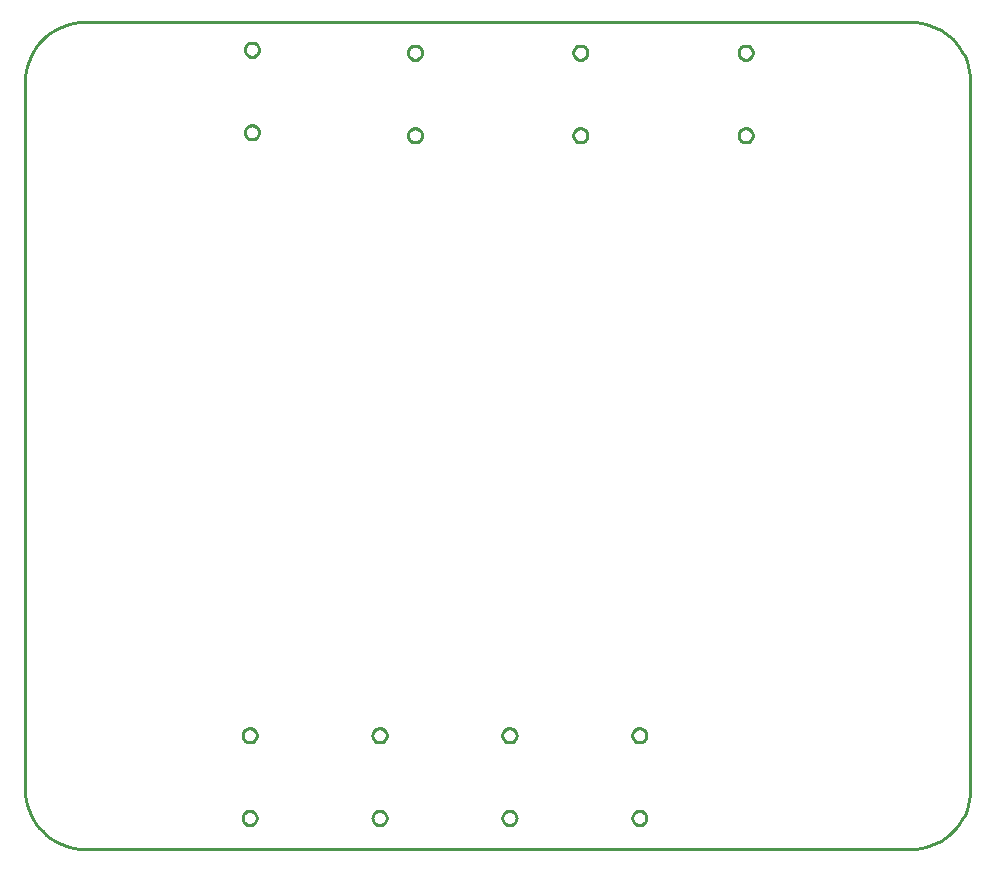
<source format=gbr>
G04 EAGLE Gerber RS-274X export*
G75*
%MOMM*%
%FSLAX34Y34*%
%LPD*%
%IN*%
%IPPOS*%
%AMOC8*
5,1,8,0,0,1.08239X$1,22.5*%
G01*
%ADD10C,0.254000*%


D10*
X0Y50000D02*
X190Y45642D01*
X760Y41318D01*
X1704Y37059D01*
X3015Y32899D01*
X4685Y28869D01*
X6699Y25000D01*
X9042Y21321D01*
X11698Y17861D01*
X14645Y14645D01*
X17861Y11698D01*
X21321Y9042D01*
X25000Y6699D01*
X28869Y4685D01*
X32899Y3015D01*
X37059Y1704D01*
X41318Y760D01*
X45642Y190D01*
X50000Y0D01*
X750000Y0D01*
X754358Y190D01*
X758682Y760D01*
X762941Y1704D01*
X767101Y3015D01*
X771131Y4685D01*
X775000Y6699D01*
X778679Y9042D01*
X782139Y11698D01*
X785355Y14645D01*
X788302Y17861D01*
X790958Y21321D01*
X793301Y25000D01*
X795315Y28869D01*
X796985Y32899D01*
X798296Y37059D01*
X799240Y41318D01*
X799810Y45642D01*
X800000Y50000D01*
X800000Y650000D01*
X799810Y654358D01*
X799240Y658682D01*
X798296Y662941D01*
X796985Y667101D01*
X795315Y671131D01*
X793301Y675000D01*
X790958Y678679D01*
X788302Y682139D01*
X785355Y685355D01*
X782139Y688302D01*
X778679Y690958D01*
X775000Y693301D01*
X771131Y695315D01*
X767101Y696985D01*
X762941Y698296D01*
X758682Y699240D01*
X754358Y699810D01*
X750000Y700000D01*
X50000Y700000D01*
X45642Y699810D01*
X41318Y699240D01*
X37059Y698296D01*
X32899Y696985D01*
X28869Y695315D01*
X25000Y693301D01*
X21321Y690958D01*
X17861Y688302D01*
X14645Y685355D01*
X11698Y682139D01*
X9042Y678679D01*
X6699Y675000D01*
X4685Y671131D01*
X3015Y667101D01*
X1704Y662941D01*
X760Y658682D01*
X190Y654358D01*
X0Y650000D01*
X0Y50000D01*
X191593Y670540D02*
X190923Y670615D01*
X190266Y670765D01*
X189630Y670988D01*
X189023Y671280D01*
X188453Y671639D01*
X187926Y672059D01*
X187449Y672536D01*
X187029Y673063D01*
X186670Y673633D01*
X186378Y674240D01*
X186155Y674876D01*
X186005Y675533D01*
X185930Y676203D01*
X185930Y676877D01*
X186005Y677547D01*
X186155Y678204D01*
X186378Y678840D01*
X186670Y679447D01*
X187029Y680018D01*
X187449Y680544D01*
X187926Y681021D01*
X188453Y681441D01*
X189023Y681800D01*
X189630Y682092D01*
X190266Y682315D01*
X190923Y682465D01*
X191593Y682540D01*
X192267Y682540D01*
X192937Y682465D01*
X193594Y682315D01*
X194230Y682092D01*
X194837Y681800D01*
X195408Y681441D01*
X195934Y681021D01*
X196411Y680544D01*
X196831Y680018D01*
X197190Y679447D01*
X197482Y678840D01*
X197705Y678204D01*
X197855Y677547D01*
X197930Y676877D01*
X197930Y676203D01*
X197855Y675533D01*
X197705Y674876D01*
X197482Y674240D01*
X197190Y673633D01*
X196831Y673063D01*
X196411Y672536D01*
X195934Y672059D01*
X195408Y671639D01*
X194837Y671280D01*
X194230Y670988D01*
X193594Y670765D01*
X192937Y670615D01*
X192267Y670540D01*
X191593Y670540D01*
X191593Y600540D02*
X190923Y600615D01*
X190266Y600765D01*
X189630Y600988D01*
X189023Y601280D01*
X188453Y601639D01*
X187926Y602059D01*
X187449Y602536D01*
X187029Y603063D01*
X186670Y603633D01*
X186378Y604240D01*
X186155Y604876D01*
X186005Y605533D01*
X185930Y606203D01*
X185930Y606877D01*
X186005Y607547D01*
X186155Y608204D01*
X186378Y608840D01*
X186670Y609447D01*
X187029Y610018D01*
X187449Y610544D01*
X187926Y611021D01*
X188453Y611441D01*
X189023Y611800D01*
X189630Y612092D01*
X190266Y612315D01*
X190923Y612465D01*
X191593Y612540D01*
X192267Y612540D01*
X192937Y612465D01*
X193594Y612315D01*
X194230Y612092D01*
X194837Y611800D01*
X195408Y611441D01*
X195934Y611021D01*
X196411Y610544D01*
X196831Y610018D01*
X197190Y609447D01*
X197482Y608840D01*
X197705Y608204D01*
X197855Y607547D01*
X197930Y606877D01*
X197930Y606203D01*
X197855Y605533D01*
X197705Y604876D01*
X197482Y604240D01*
X197190Y603633D01*
X196831Y603063D01*
X196411Y602536D01*
X195934Y602059D01*
X195408Y601639D01*
X194837Y601280D01*
X194230Y600988D01*
X193594Y600765D01*
X192937Y600615D01*
X192267Y600540D01*
X191593Y600540D01*
X329663Y668000D02*
X328993Y668075D01*
X328336Y668225D01*
X327700Y668448D01*
X327093Y668740D01*
X326523Y669099D01*
X325996Y669519D01*
X325519Y669996D01*
X325099Y670523D01*
X324740Y671093D01*
X324448Y671700D01*
X324225Y672336D01*
X324075Y672993D01*
X324000Y673663D01*
X324000Y674337D01*
X324075Y675007D01*
X324225Y675664D01*
X324448Y676300D01*
X324740Y676907D01*
X325099Y677478D01*
X325519Y678004D01*
X325996Y678481D01*
X326523Y678901D01*
X327093Y679260D01*
X327700Y679552D01*
X328336Y679775D01*
X328993Y679925D01*
X329663Y680000D01*
X330337Y680000D01*
X331007Y679925D01*
X331664Y679775D01*
X332300Y679552D01*
X332907Y679260D01*
X333478Y678901D01*
X334004Y678481D01*
X334481Y678004D01*
X334901Y677478D01*
X335260Y676907D01*
X335552Y676300D01*
X335775Y675664D01*
X335925Y675007D01*
X336000Y674337D01*
X336000Y673663D01*
X335925Y672993D01*
X335775Y672336D01*
X335552Y671700D01*
X335260Y671093D01*
X334901Y670523D01*
X334481Y669996D01*
X334004Y669519D01*
X333478Y669099D01*
X332907Y668740D01*
X332300Y668448D01*
X331664Y668225D01*
X331007Y668075D01*
X330337Y668000D01*
X329663Y668000D01*
X329663Y598000D02*
X328993Y598075D01*
X328336Y598225D01*
X327700Y598448D01*
X327093Y598740D01*
X326523Y599099D01*
X325996Y599519D01*
X325519Y599996D01*
X325099Y600523D01*
X324740Y601093D01*
X324448Y601700D01*
X324225Y602336D01*
X324075Y602993D01*
X324000Y603663D01*
X324000Y604337D01*
X324075Y605007D01*
X324225Y605664D01*
X324448Y606300D01*
X324740Y606907D01*
X325099Y607478D01*
X325519Y608004D01*
X325996Y608481D01*
X326523Y608901D01*
X327093Y609260D01*
X327700Y609552D01*
X328336Y609775D01*
X328993Y609925D01*
X329663Y610000D01*
X330337Y610000D01*
X331007Y609925D01*
X331664Y609775D01*
X332300Y609552D01*
X332907Y609260D01*
X333478Y608901D01*
X334004Y608481D01*
X334481Y608004D01*
X334901Y607478D01*
X335260Y606907D01*
X335552Y606300D01*
X335775Y605664D01*
X335925Y605007D01*
X336000Y604337D01*
X336000Y603663D01*
X335925Y602993D01*
X335775Y602336D01*
X335552Y601700D01*
X335260Y601093D01*
X334901Y600523D01*
X334481Y599996D01*
X334004Y599519D01*
X333478Y599099D01*
X332907Y598740D01*
X332300Y598448D01*
X331664Y598225D01*
X331007Y598075D01*
X330337Y598000D01*
X329663Y598000D01*
X469663Y668000D02*
X468993Y668075D01*
X468336Y668225D01*
X467700Y668448D01*
X467093Y668740D01*
X466523Y669099D01*
X465996Y669519D01*
X465519Y669996D01*
X465099Y670523D01*
X464740Y671093D01*
X464448Y671700D01*
X464225Y672336D01*
X464075Y672993D01*
X464000Y673663D01*
X464000Y674337D01*
X464075Y675007D01*
X464225Y675664D01*
X464448Y676300D01*
X464740Y676907D01*
X465099Y677478D01*
X465519Y678004D01*
X465996Y678481D01*
X466523Y678901D01*
X467093Y679260D01*
X467700Y679552D01*
X468336Y679775D01*
X468993Y679925D01*
X469663Y680000D01*
X470337Y680000D01*
X471007Y679925D01*
X471664Y679775D01*
X472300Y679552D01*
X472907Y679260D01*
X473478Y678901D01*
X474004Y678481D01*
X474481Y678004D01*
X474901Y677478D01*
X475260Y676907D01*
X475552Y676300D01*
X475775Y675664D01*
X475925Y675007D01*
X476000Y674337D01*
X476000Y673663D01*
X475925Y672993D01*
X475775Y672336D01*
X475552Y671700D01*
X475260Y671093D01*
X474901Y670523D01*
X474481Y669996D01*
X474004Y669519D01*
X473478Y669099D01*
X472907Y668740D01*
X472300Y668448D01*
X471664Y668225D01*
X471007Y668075D01*
X470337Y668000D01*
X469663Y668000D01*
X469663Y598000D02*
X468993Y598075D01*
X468336Y598225D01*
X467700Y598448D01*
X467093Y598740D01*
X466523Y599099D01*
X465996Y599519D01*
X465519Y599996D01*
X465099Y600523D01*
X464740Y601093D01*
X464448Y601700D01*
X464225Y602336D01*
X464075Y602993D01*
X464000Y603663D01*
X464000Y604337D01*
X464075Y605007D01*
X464225Y605664D01*
X464448Y606300D01*
X464740Y606907D01*
X465099Y607478D01*
X465519Y608004D01*
X465996Y608481D01*
X466523Y608901D01*
X467093Y609260D01*
X467700Y609552D01*
X468336Y609775D01*
X468993Y609925D01*
X469663Y610000D01*
X470337Y610000D01*
X471007Y609925D01*
X471664Y609775D01*
X472300Y609552D01*
X472907Y609260D01*
X473478Y608901D01*
X474004Y608481D01*
X474481Y608004D01*
X474901Y607478D01*
X475260Y606907D01*
X475552Y606300D01*
X475775Y605664D01*
X475925Y605007D01*
X476000Y604337D01*
X476000Y603663D01*
X475925Y602993D01*
X475775Y602336D01*
X475552Y601700D01*
X475260Y601093D01*
X474901Y600523D01*
X474481Y599996D01*
X474004Y599519D01*
X473478Y599099D01*
X472907Y598740D01*
X472300Y598448D01*
X471664Y598225D01*
X471007Y598075D01*
X470337Y598000D01*
X469663Y598000D01*
X609663Y668000D02*
X608993Y668075D01*
X608336Y668225D01*
X607700Y668448D01*
X607093Y668740D01*
X606523Y669099D01*
X605996Y669519D01*
X605519Y669996D01*
X605099Y670523D01*
X604740Y671093D01*
X604448Y671700D01*
X604225Y672336D01*
X604075Y672993D01*
X604000Y673663D01*
X604000Y674337D01*
X604075Y675007D01*
X604225Y675664D01*
X604448Y676300D01*
X604740Y676907D01*
X605099Y677478D01*
X605519Y678004D01*
X605996Y678481D01*
X606523Y678901D01*
X607093Y679260D01*
X607700Y679552D01*
X608336Y679775D01*
X608993Y679925D01*
X609663Y680000D01*
X610337Y680000D01*
X611007Y679925D01*
X611664Y679775D01*
X612300Y679552D01*
X612907Y679260D01*
X613478Y678901D01*
X614004Y678481D01*
X614481Y678004D01*
X614901Y677478D01*
X615260Y676907D01*
X615552Y676300D01*
X615775Y675664D01*
X615925Y675007D01*
X616000Y674337D01*
X616000Y673663D01*
X615925Y672993D01*
X615775Y672336D01*
X615552Y671700D01*
X615260Y671093D01*
X614901Y670523D01*
X614481Y669996D01*
X614004Y669519D01*
X613478Y669099D01*
X612907Y668740D01*
X612300Y668448D01*
X611664Y668225D01*
X611007Y668075D01*
X610337Y668000D01*
X609663Y668000D01*
X609663Y598000D02*
X608993Y598075D01*
X608336Y598225D01*
X607700Y598448D01*
X607093Y598740D01*
X606523Y599099D01*
X605996Y599519D01*
X605519Y599996D01*
X605099Y600523D01*
X604740Y601093D01*
X604448Y601700D01*
X604225Y602336D01*
X604075Y602993D01*
X604000Y603663D01*
X604000Y604337D01*
X604075Y605007D01*
X604225Y605664D01*
X604448Y606300D01*
X604740Y606907D01*
X605099Y607478D01*
X605519Y608004D01*
X605996Y608481D01*
X606523Y608901D01*
X607093Y609260D01*
X607700Y609552D01*
X608336Y609775D01*
X608993Y609925D01*
X609663Y610000D01*
X610337Y610000D01*
X611007Y609925D01*
X611664Y609775D01*
X612300Y609552D01*
X612907Y609260D01*
X613478Y608901D01*
X614004Y608481D01*
X614481Y608004D01*
X614901Y607478D01*
X615260Y606907D01*
X615552Y606300D01*
X615775Y605664D01*
X615925Y605007D01*
X616000Y604337D01*
X616000Y603663D01*
X615925Y602993D01*
X615775Y602336D01*
X615552Y601700D01*
X615260Y601093D01*
X614901Y600523D01*
X614481Y599996D01*
X614004Y599519D01*
X613478Y599099D01*
X612907Y598740D01*
X612300Y598448D01*
X611664Y598225D01*
X611007Y598075D01*
X610337Y598000D01*
X609663Y598000D01*
X190337Y32000D02*
X191007Y31925D01*
X191664Y31775D01*
X192300Y31552D01*
X192907Y31260D01*
X193478Y30901D01*
X194004Y30481D01*
X194481Y30004D01*
X194901Y29478D01*
X195260Y28907D01*
X195552Y28300D01*
X195775Y27664D01*
X195925Y27007D01*
X196000Y26337D01*
X196000Y25663D01*
X195925Y24993D01*
X195775Y24336D01*
X195552Y23700D01*
X195260Y23093D01*
X194901Y22523D01*
X194481Y21996D01*
X194004Y21519D01*
X193478Y21099D01*
X192907Y20740D01*
X192300Y20448D01*
X191664Y20225D01*
X191007Y20075D01*
X190337Y20000D01*
X189663Y20000D01*
X188993Y20075D01*
X188336Y20225D01*
X187700Y20448D01*
X187093Y20740D01*
X186523Y21099D01*
X185996Y21519D01*
X185519Y21996D01*
X185099Y22523D01*
X184740Y23093D01*
X184448Y23700D01*
X184225Y24336D01*
X184075Y24993D01*
X184000Y25663D01*
X184000Y26337D01*
X184075Y27007D01*
X184225Y27664D01*
X184448Y28300D01*
X184740Y28907D01*
X185099Y29478D01*
X185519Y30004D01*
X185996Y30481D01*
X186523Y30901D01*
X187093Y31260D01*
X187700Y31552D01*
X188336Y31775D01*
X188993Y31925D01*
X189663Y32000D01*
X190337Y32000D01*
X190337Y102000D02*
X191007Y101925D01*
X191664Y101775D01*
X192300Y101552D01*
X192907Y101260D01*
X193478Y100901D01*
X194004Y100481D01*
X194481Y100004D01*
X194901Y99478D01*
X195260Y98907D01*
X195552Y98300D01*
X195775Y97664D01*
X195925Y97007D01*
X196000Y96337D01*
X196000Y95663D01*
X195925Y94993D01*
X195775Y94336D01*
X195552Y93700D01*
X195260Y93093D01*
X194901Y92523D01*
X194481Y91996D01*
X194004Y91519D01*
X193478Y91099D01*
X192907Y90740D01*
X192300Y90448D01*
X191664Y90225D01*
X191007Y90075D01*
X190337Y90000D01*
X189663Y90000D01*
X188993Y90075D01*
X188336Y90225D01*
X187700Y90448D01*
X187093Y90740D01*
X186523Y91099D01*
X185996Y91519D01*
X185519Y91996D01*
X185099Y92523D01*
X184740Y93093D01*
X184448Y93700D01*
X184225Y94336D01*
X184075Y94993D01*
X184000Y95663D01*
X184000Y96337D01*
X184075Y97007D01*
X184225Y97664D01*
X184448Y98300D01*
X184740Y98907D01*
X185099Y99478D01*
X185519Y100004D01*
X185996Y100481D01*
X186523Y100901D01*
X187093Y101260D01*
X187700Y101552D01*
X188336Y101775D01*
X188993Y101925D01*
X189663Y102000D01*
X190337Y102000D01*
X300337Y32000D02*
X301007Y31925D01*
X301664Y31775D01*
X302300Y31552D01*
X302907Y31260D01*
X303478Y30901D01*
X304004Y30481D01*
X304481Y30004D01*
X304901Y29478D01*
X305260Y28907D01*
X305552Y28300D01*
X305775Y27664D01*
X305925Y27007D01*
X306000Y26337D01*
X306000Y25663D01*
X305925Y24993D01*
X305775Y24336D01*
X305552Y23700D01*
X305260Y23093D01*
X304901Y22523D01*
X304481Y21996D01*
X304004Y21519D01*
X303478Y21099D01*
X302907Y20740D01*
X302300Y20448D01*
X301664Y20225D01*
X301007Y20075D01*
X300337Y20000D01*
X299663Y20000D01*
X298993Y20075D01*
X298336Y20225D01*
X297700Y20448D01*
X297093Y20740D01*
X296523Y21099D01*
X295996Y21519D01*
X295519Y21996D01*
X295099Y22523D01*
X294740Y23093D01*
X294448Y23700D01*
X294225Y24336D01*
X294075Y24993D01*
X294000Y25663D01*
X294000Y26337D01*
X294075Y27007D01*
X294225Y27664D01*
X294448Y28300D01*
X294740Y28907D01*
X295099Y29478D01*
X295519Y30004D01*
X295996Y30481D01*
X296523Y30901D01*
X297093Y31260D01*
X297700Y31552D01*
X298336Y31775D01*
X298993Y31925D01*
X299663Y32000D01*
X300337Y32000D01*
X300337Y102000D02*
X301007Y101925D01*
X301664Y101775D01*
X302300Y101552D01*
X302907Y101260D01*
X303478Y100901D01*
X304004Y100481D01*
X304481Y100004D01*
X304901Y99478D01*
X305260Y98907D01*
X305552Y98300D01*
X305775Y97664D01*
X305925Y97007D01*
X306000Y96337D01*
X306000Y95663D01*
X305925Y94993D01*
X305775Y94336D01*
X305552Y93700D01*
X305260Y93093D01*
X304901Y92523D01*
X304481Y91996D01*
X304004Y91519D01*
X303478Y91099D01*
X302907Y90740D01*
X302300Y90448D01*
X301664Y90225D01*
X301007Y90075D01*
X300337Y90000D01*
X299663Y90000D01*
X298993Y90075D01*
X298336Y90225D01*
X297700Y90448D01*
X297093Y90740D01*
X296523Y91099D01*
X295996Y91519D01*
X295519Y91996D01*
X295099Y92523D01*
X294740Y93093D01*
X294448Y93700D01*
X294225Y94336D01*
X294075Y94993D01*
X294000Y95663D01*
X294000Y96337D01*
X294075Y97007D01*
X294225Y97664D01*
X294448Y98300D01*
X294740Y98907D01*
X295099Y99478D01*
X295519Y100004D01*
X295996Y100481D01*
X296523Y100901D01*
X297093Y101260D01*
X297700Y101552D01*
X298336Y101775D01*
X298993Y101925D01*
X299663Y102000D01*
X300337Y102000D01*
X410337Y32000D02*
X411007Y31925D01*
X411664Y31775D01*
X412300Y31552D01*
X412907Y31260D01*
X413478Y30901D01*
X414004Y30481D01*
X414481Y30004D01*
X414901Y29478D01*
X415260Y28907D01*
X415552Y28300D01*
X415775Y27664D01*
X415925Y27007D01*
X416000Y26337D01*
X416000Y25663D01*
X415925Y24993D01*
X415775Y24336D01*
X415552Y23700D01*
X415260Y23093D01*
X414901Y22523D01*
X414481Y21996D01*
X414004Y21519D01*
X413478Y21099D01*
X412907Y20740D01*
X412300Y20448D01*
X411664Y20225D01*
X411007Y20075D01*
X410337Y20000D01*
X409663Y20000D01*
X408993Y20075D01*
X408336Y20225D01*
X407700Y20448D01*
X407093Y20740D01*
X406523Y21099D01*
X405996Y21519D01*
X405519Y21996D01*
X405099Y22523D01*
X404740Y23093D01*
X404448Y23700D01*
X404225Y24336D01*
X404075Y24993D01*
X404000Y25663D01*
X404000Y26337D01*
X404075Y27007D01*
X404225Y27664D01*
X404448Y28300D01*
X404740Y28907D01*
X405099Y29478D01*
X405519Y30004D01*
X405996Y30481D01*
X406523Y30901D01*
X407093Y31260D01*
X407700Y31552D01*
X408336Y31775D01*
X408993Y31925D01*
X409663Y32000D01*
X410337Y32000D01*
X410337Y102000D02*
X411007Y101925D01*
X411664Y101775D01*
X412300Y101552D01*
X412907Y101260D01*
X413478Y100901D01*
X414004Y100481D01*
X414481Y100004D01*
X414901Y99478D01*
X415260Y98907D01*
X415552Y98300D01*
X415775Y97664D01*
X415925Y97007D01*
X416000Y96337D01*
X416000Y95663D01*
X415925Y94993D01*
X415775Y94336D01*
X415552Y93700D01*
X415260Y93093D01*
X414901Y92523D01*
X414481Y91996D01*
X414004Y91519D01*
X413478Y91099D01*
X412907Y90740D01*
X412300Y90448D01*
X411664Y90225D01*
X411007Y90075D01*
X410337Y90000D01*
X409663Y90000D01*
X408993Y90075D01*
X408336Y90225D01*
X407700Y90448D01*
X407093Y90740D01*
X406523Y91099D01*
X405996Y91519D01*
X405519Y91996D01*
X405099Y92523D01*
X404740Y93093D01*
X404448Y93700D01*
X404225Y94336D01*
X404075Y94993D01*
X404000Y95663D01*
X404000Y96337D01*
X404075Y97007D01*
X404225Y97664D01*
X404448Y98300D01*
X404740Y98907D01*
X405099Y99478D01*
X405519Y100004D01*
X405996Y100481D01*
X406523Y100901D01*
X407093Y101260D01*
X407700Y101552D01*
X408336Y101775D01*
X408993Y101925D01*
X409663Y102000D01*
X410337Y102000D01*
X520337Y32000D02*
X521007Y31925D01*
X521664Y31775D01*
X522300Y31552D01*
X522907Y31260D01*
X523478Y30901D01*
X524004Y30481D01*
X524481Y30004D01*
X524901Y29478D01*
X525260Y28907D01*
X525552Y28300D01*
X525775Y27664D01*
X525925Y27007D01*
X526000Y26337D01*
X526000Y25663D01*
X525925Y24993D01*
X525775Y24336D01*
X525552Y23700D01*
X525260Y23093D01*
X524901Y22523D01*
X524481Y21996D01*
X524004Y21519D01*
X523478Y21099D01*
X522907Y20740D01*
X522300Y20448D01*
X521664Y20225D01*
X521007Y20075D01*
X520337Y20000D01*
X519663Y20000D01*
X518993Y20075D01*
X518336Y20225D01*
X517700Y20448D01*
X517093Y20740D01*
X516523Y21099D01*
X515996Y21519D01*
X515519Y21996D01*
X515099Y22523D01*
X514740Y23093D01*
X514448Y23700D01*
X514225Y24336D01*
X514075Y24993D01*
X514000Y25663D01*
X514000Y26337D01*
X514075Y27007D01*
X514225Y27664D01*
X514448Y28300D01*
X514740Y28907D01*
X515099Y29478D01*
X515519Y30004D01*
X515996Y30481D01*
X516523Y30901D01*
X517093Y31260D01*
X517700Y31552D01*
X518336Y31775D01*
X518993Y31925D01*
X519663Y32000D01*
X520337Y32000D01*
X520337Y102000D02*
X521007Y101925D01*
X521664Y101775D01*
X522300Y101552D01*
X522907Y101260D01*
X523478Y100901D01*
X524004Y100481D01*
X524481Y100004D01*
X524901Y99478D01*
X525260Y98907D01*
X525552Y98300D01*
X525775Y97664D01*
X525925Y97007D01*
X526000Y96337D01*
X526000Y95663D01*
X525925Y94993D01*
X525775Y94336D01*
X525552Y93700D01*
X525260Y93093D01*
X524901Y92523D01*
X524481Y91996D01*
X524004Y91519D01*
X523478Y91099D01*
X522907Y90740D01*
X522300Y90448D01*
X521664Y90225D01*
X521007Y90075D01*
X520337Y90000D01*
X519663Y90000D01*
X518993Y90075D01*
X518336Y90225D01*
X517700Y90448D01*
X517093Y90740D01*
X516523Y91099D01*
X515996Y91519D01*
X515519Y91996D01*
X515099Y92523D01*
X514740Y93093D01*
X514448Y93700D01*
X514225Y94336D01*
X514075Y94993D01*
X514000Y95663D01*
X514000Y96337D01*
X514075Y97007D01*
X514225Y97664D01*
X514448Y98300D01*
X514740Y98907D01*
X515099Y99478D01*
X515519Y100004D01*
X515996Y100481D01*
X516523Y100901D01*
X517093Y101260D01*
X517700Y101552D01*
X518336Y101775D01*
X518993Y101925D01*
X519663Y102000D01*
X520337Y102000D01*
M02*

</source>
